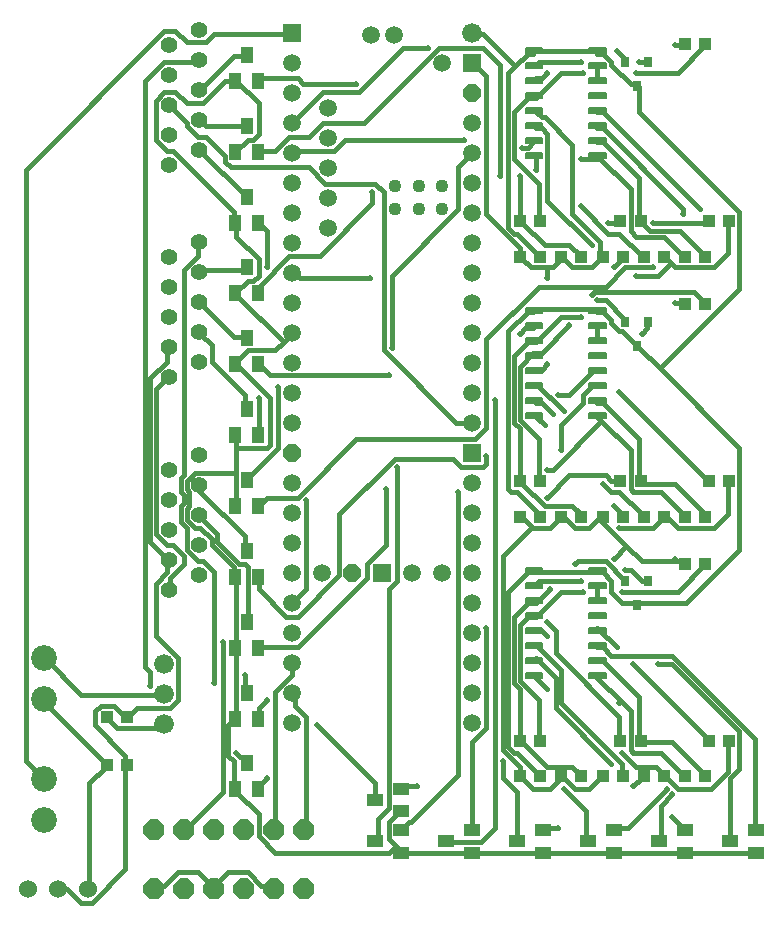
<source format=gbr>
G04 EAGLE Gerber RS-274X export*
G75*
%MOMM*%
%FSLAX34Y34*%
%LPD*%
%INTop Copper*%
%IPPOS*%
%AMOC8*
5,1,8,0,0,1.08239X$1,22.5*%
G01*
%ADD10C,2.184400*%
%ADD11C,1.676400*%
%ADD12R,1.000000X1.100000*%
%ADD13R,1.508000X1.508000*%
%ADD14P,1.632244X8X22.500000*%
%ADD15C,1.508000*%
%ADD16C,1.108000*%
%ADD17C,0.147500*%
%ADD18R,1.100000X1.000000*%
%ADD19R,0.787400X0.889000*%
%ADD20C,1.398000*%
%ADD21R,1.400000X1.000000*%
%ADD22P,1.924489X8X112.500000*%
%ADD23C,1.524000*%
%ADD24R,1.000000X1.400000*%
%ADD25C,0.381000*%
%ADD26C,0.460000*%


D10*
X673400Y-349400D03*
X673400Y-384400D03*
D11*
X775000Y-380000D03*
X775000Y-405400D03*
X775000Y-354600D03*
D12*
X726500Y-400000D03*
X743500Y-400000D03*
X726500Y-440000D03*
X743500Y-440000D03*
D13*
X883800Y179800D03*
X960000Y-277400D03*
X1036200Y154400D03*
D11*
X1036200Y179800D03*
D14*
X1036200Y129000D03*
X934600Y-277400D03*
D15*
X909200Y-277400D03*
X985400Y-277400D03*
X1010800Y-277400D03*
X1036200Y-150400D03*
X883800Y-150400D03*
X883800Y154400D03*
X883800Y129000D03*
X883800Y103600D03*
X883800Y78200D03*
X883800Y52800D03*
X883800Y27400D03*
X883800Y2000D03*
X883800Y-23400D03*
X883800Y-48800D03*
X883800Y-74200D03*
X883800Y-99600D03*
X883800Y-125000D03*
X1010800Y154400D03*
X1036200Y-125000D03*
X1036200Y-99600D03*
X1036200Y-74200D03*
X1036200Y-48800D03*
X1036200Y-23400D03*
X1036200Y2000D03*
X1036200Y27400D03*
X1036200Y52800D03*
X1036200Y78200D03*
X1036200Y103600D03*
D14*
X883800Y-175800D03*
D15*
X883800Y-226600D03*
X883800Y-252000D03*
X883800Y-277400D03*
X883800Y-302800D03*
X883800Y-328200D03*
X883800Y-353600D03*
X883800Y-379000D03*
X883800Y-404400D03*
X1036200Y-201200D03*
X1036200Y-226600D03*
X1036200Y-252000D03*
X1036200Y-277400D03*
X1036200Y-302800D03*
X1036200Y-328200D03*
X1036200Y-353600D03*
X1036200Y-379000D03*
X1036200Y-404400D03*
X913800Y116300D03*
X913800Y90900D03*
X913800Y65500D03*
X913800Y40100D03*
X913800Y14700D03*
X883800Y-201200D03*
D13*
X1036200Y-175800D03*
D15*
X970000Y177500D03*
X950000Y177500D03*
D16*
X1010800Y50100D03*
X990800Y50100D03*
X970800Y50100D03*
X1010800Y30100D03*
X990800Y30100D03*
X970800Y30100D03*
D17*
X1081137Y162237D02*
X1095463Y162237D01*
X1081137Y162237D02*
X1081137Y166663D01*
X1095463Y166663D01*
X1095463Y162237D01*
X1095463Y163638D02*
X1081137Y163638D01*
X1081137Y165039D02*
X1095463Y165039D01*
X1095463Y166440D02*
X1081137Y166440D01*
X1081137Y149537D02*
X1095463Y149537D01*
X1081137Y149537D02*
X1081137Y153963D01*
X1095463Y153963D01*
X1095463Y149537D01*
X1095463Y150938D02*
X1081137Y150938D01*
X1081137Y152339D02*
X1095463Y152339D01*
X1095463Y153740D02*
X1081137Y153740D01*
X1081137Y136837D02*
X1095463Y136837D01*
X1081137Y136837D02*
X1081137Y141263D01*
X1095463Y141263D01*
X1095463Y136837D01*
X1095463Y138238D02*
X1081137Y138238D01*
X1081137Y139639D02*
X1095463Y139639D01*
X1095463Y141040D02*
X1081137Y141040D01*
X1081137Y124137D02*
X1095463Y124137D01*
X1081137Y124137D02*
X1081137Y128563D01*
X1095463Y128563D01*
X1095463Y124137D01*
X1095463Y125538D02*
X1081137Y125538D01*
X1081137Y126939D02*
X1095463Y126939D01*
X1095463Y128340D02*
X1081137Y128340D01*
X1081137Y111437D02*
X1095463Y111437D01*
X1081137Y111437D02*
X1081137Y115863D01*
X1095463Y115863D01*
X1095463Y111437D01*
X1095463Y112838D02*
X1081137Y112838D01*
X1081137Y114239D02*
X1095463Y114239D01*
X1095463Y115640D02*
X1081137Y115640D01*
X1081137Y98737D02*
X1095463Y98737D01*
X1081137Y98737D02*
X1081137Y103163D01*
X1095463Y103163D01*
X1095463Y98737D01*
X1095463Y100138D02*
X1081137Y100138D01*
X1081137Y101539D02*
X1095463Y101539D01*
X1095463Y102940D02*
X1081137Y102940D01*
X1081137Y86037D02*
X1095463Y86037D01*
X1081137Y86037D02*
X1081137Y90463D01*
X1095463Y90463D01*
X1095463Y86037D01*
X1095463Y87438D02*
X1081137Y87438D01*
X1081137Y88839D02*
X1095463Y88839D01*
X1095463Y90240D02*
X1081137Y90240D01*
X1081137Y73337D02*
X1095463Y73337D01*
X1081137Y73337D02*
X1081137Y77763D01*
X1095463Y77763D01*
X1095463Y73337D01*
X1095463Y74738D02*
X1081137Y74738D01*
X1081137Y76139D02*
X1095463Y76139D01*
X1095463Y77540D02*
X1081137Y77540D01*
X1134537Y73337D02*
X1148863Y73337D01*
X1134537Y73337D02*
X1134537Y77763D01*
X1148863Y77763D01*
X1148863Y73337D01*
X1148863Y74738D02*
X1134537Y74738D01*
X1134537Y76139D02*
X1148863Y76139D01*
X1148863Y77540D02*
X1134537Y77540D01*
X1134537Y86037D02*
X1148863Y86037D01*
X1134537Y86037D02*
X1134537Y90463D01*
X1148863Y90463D01*
X1148863Y86037D01*
X1148863Y87438D02*
X1134537Y87438D01*
X1134537Y88839D02*
X1148863Y88839D01*
X1148863Y90240D02*
X1134537Y90240D01*
X1134537Y98737D02*
X1148863Y98737D01*
X1134537Y98737D02*
X1134537Y103163D01*
X1148863Y103163D01*
X1148863Y98737D01*
X1148863Y100138D02*
X1134537Y100138D01*
X1134537Y101539D02*
X1148863Y101539D01*
X1148863Y102940D02*
X1134537Y102940D01*
X1134537Y111437D02*
X1148863Y111437D01*
X1134537Y111437D02*
X1134537Y115863D01*
X1148863Y115863D01*
X1148863Y111437D01*
X1148863Y112838D02*
X1134537Y112838D01*
X1134537Y114239D02*
X1148863Y114239D01*
X1148863Y115640D02*
X1134537Y115640D01*
X1134537Y124137D02*
X1148863Y124137D01*
X1134537Y124137D02*
X1134537Y128563D01*
X1148863Y128563D01*
X1148863Y124137D01*
X1148863Y125538D02*
X1134537Y125538D01*
X1134537Y126939D02*
X1148863Y126939D01*
X1148863Y128340D02*
X1134537Y128340D01*
X1134537Y136837D02*
X1148863Y136837D01*
X1134537Y136837D02*
X1134537Y141263D01*
X1148863Y141263D01*
X1148863Y136837D01*
X1148863Y138238D02*
X1134537Y138238D01*
X1134537Y139639D02*
X1148863Y139639D01*
X1148863Y141040D02*
X1134537Y141040D01*
X1134537Y149537D02*
X1148863Y149537D01*
X1134537Y149537D02*
X1134537Y153963D01*
X1148863Y153963D01*
X1148863Y149537D01*
X1148863Y150938D02*
X1134537Y150938D01*
X1134537Y152339D02*
X1148863Y152339D01*
X1148863Y153740D02*
X1134537Y153740D01*
X1134537Y162237D02*
X1148863Y162237D01*
X1134537Y162237D02*
X1134537Y166663D01*
X1148863Y166663D01*
X1148863Y162237D01*
X1148863Y163638D02*
X1134537Y163638D01*
X1134537Y165039D02*
X1148863Y165039D01*
X1148863Y166440D02*
X1134537Y166440D01*
D12*
X1161500Y20000D03*
X1178500Y20000D03*
X1236500Y20000D03*
X1253500Y20000D03*
X1216500Y170000D03*
X1233500Y170000D03*
X1076500Y20000D03*
X1093500Y20000D03*
D18*
X1076500Y-10000D03*
X1093500Y-10000D03*
X1111500Y-10000D03*
X1128500Y-10000D03*
X1146500Y-10000D03*
X1163500Y-10000D03*
X1181500Y-10000D03*
X1198500Y-10000D03*
X1216500Y-10000D03*
X1233500Y-10000D03*
D19*
X1184906Y155160D03*
X1165602Y155160D03*
X1175254Y134840D03*
D17*
X1095463Y-57763D02*
X1081137Y-57763D01*
X1081137Y-53337D01*
X1095463Y-53337D01*
X1095463Y-57763D01*
X1095463Y-56362D02*
X1081137Y-56362D01*
X1081137Y-54961D02*
X1095463Y-54961D01*
X1095463Y-53560D02*
X1081137Y-53560D01*
X1081137Y-70463D02*
X1095463Y-70463D01*
X1081137Y-70463D02*
X1081137Y-66037D01*
X1095463Y-66037D01*
X1095463Y-70463D01*
X1095463Y-69062D02*
X1081137Y-69062D01*
X1081137Y-67661D02*
X1095463Y-67661D01*
X1095463Y-66260D02*
X1081137Y-66260D01*
X1081137Y-83163D02*
X1095463Y-83163D01*
X1081137Y-83163D02*
X1081137Y-78737D01*
X1095463Y-78737D01*
X1095463Y-83163D01*
X1095463Y-81762D02*
X1081137Y-81762D01*
X1081137Y-80361D02*
X1095463Y-80361D01*
X1095463Y-78960D02*
X1081137Y-78960D01*
X1081137Y-95863D02*
X1095463Y-95863D01*
X1081137Y-95863D02*
X1081137Y-91437D01*
X1095463Y-91437D01*
X1095463Y-95863D01*
X1095463Y-94462D02*
X1081137Y-94462D01*
X1081137Y-93061D02*
X1095463Y-93061D01*
X1095463Y-91660D02*
X1081137Y-91660D01*
X1081137Y-108563D02*
X1095463Y-108563D01*
X1081137Y-108563D02*
X1081137Y-104137D01*
X1095463Y-104137D01*
X1095463Y-108563D01*
X1095463Y-107162D02*
X1081137Y-107162D01*
X1081137Y-105761D02*
X1095463Y-105761D01*
X1095463Y-104360D02*
X1081137Y-104360D01*
X1081137Y-121263D02*
X1095463Y-121263D01*
X1081137Y-121263D02*
X1081137Y-116837D01*
X1095463Y-116837D01*
X1095463Y-121263D01*
X1095463Y-119862D02*
X1081137Y-119862D01*
X1081137Y-118461D02*
X1095463Y-118461D01*
X1095463Y-117060D02*
X1081137Y-117060D01*
X1081137Y-133963D02*
X1095463Y-133963D01*
X1081137Y-133963D02*
X1081137Y-129537D01*
X1095463Y-129537D01*
X1095463Y-133963D01*
X1095463Y-132562D02*
X1081137Y-132562D01*
X1081137Y-131161D02*
X1095463Y-131161D01*
X1095463Y-129760D02*
X1081137Y-129760D01*
X1081137Y-146663D02*
X1095463Y-146663D01*
X1081137Y-146663D02*
X1081137Y-142237D01*
X1095463Y-142237D01*
X1095463Y-146663D01*
X1095463Y-145262D02*
X1081137Y-145262D01*
X1081137Y-143861D02*
X1095463Y-143861D01*
X1095463Y-142460D02*
X1081137Y-142460D01*
X1134537Y-146663D02*
X1148863Y-146663D01*
X1134537Y-146663D02*
X1134537Y-142237D01*
X1148863Y-142237D01*
X1148863Y-146663D01*
X1148863Y-145262D02*
X1134537Y-145262D01*
X1134537Y-143861D02*
X1148863Y-143861D01*
X1148863Y-142460D02*
X1134537Y-142460D01*
X1134537Y-133963D02*
X1148863Y-133963D01*
X1134537Y-133963D02*
X1134537Y-129537D01*
X1148863Y-129537D01*
X1148863Y-133963D01*
X1148863Y-132562D02*
X1134537Y-132562D01*
X1134537Y-131161D02*
X1148863Y-131161D01*
X1148863Y-129760D02*
X1134537Y-129760D01*
X1134537Y-121263D02*
X1148863Y-121263D01*
X1134537Y-121263D02*
X1134537Y-116837D01*
X1148863Y-116837D01*
X1148863Y-121263D01*
X1148863Y-119862D02*
X1134537Y-119862D01*
X1134537Y-118461D02*
X1148863Y-118461D01*
X1148863Y-117060D02*
X1134537Y-117060D01*
X1134537Y-108563D02*
X1148863Y-108563D01*
X1134537Y-108563D02*
X1134537Y-104137D01*
X1148863Y-104137D01*
X1148863Y-108563D01*
X1148863Y-107162D02*
X1134537Y-107162D01*
X1134537Y-105761D02*
X1148863Y-105761D01*
X1148863Y-104360D02*
X1134537Y-104360D01*
X1134537Y-95863D02*
X1148863Y-95863D01*
X1134537Y-95863D02*
X1134537Y-91437D01*
X1148863Y-91437D01*
X1148863Y-95863D01*
X1148863Y-94462D02*
X1134537Y-94462D01*
X1134537Y-93061D02*
X1148863Y-93061D01*
X1148863Y-91660D02*
X1134537Y-91660D01*
X1134537Y-83163D02*
X1148863Y-83163D01*
X1134537Y-83163D02*
X1134537Y-78737D01*
X1148863Y-78737D01*
X1148863Y-83163D01*
X1148863Y-81762D02*
X1134537Y-81762D01*
X1134537Y-80361D02*
X1148863Y-80361D01*
X1148863Y-78960D02*
X1134537Y-78960D01*
X1134537Y-70463D02*
X1148863Y-70463D01*
X1134537Y-70463D02*
X1134537Y-66037D01*
X1148863Y-66037D01*
X1148863Y-70463D01*
X1148863Y-69062D02*
X1134537Y-69062D01*
X1134537Y-67661D02*
X1148863Y-67661D01*
X1148863Y-66260D02*
X1134537Y-66260D01*
X1134537Y-57763D02*
X1148863Y-57763D01*
X1134537Y-57763D02*
X1134537Y-53337D01*
X1148863Y-53337D01*
X1148863Y-57763D01*
X1148863Y-56362D02*
X1134537Y-56362D01*
X1134537Y-54961D02*
X1148863Y-54961D01*
X1148863Y-53560D02*
X1134537Y-53560D01*
D12*
X1161500Y-200000D03*
X1178500Y-200000D03*
X1236500Y-200000D03*
X1253500Y-200000D03*
X1216500Y-50000D03*
X1233500Y-50000D03*
X1076500Y-200000D03*
X1093500Y-200000D03*
D18*
X1076500Y-230000D03*
X1093500Y-230000D03*
X1111500Y-230000D03*
X1128500Y-230000D03*
X1146500Y-230000D03*
X1163500Y-230000D03*
X1181500Y-230000D03*
X1198500Y-230000D03*
X1216500Y-230000D03*
X1233500Y-230000D03*
D19*
X1184906Y-64840D03*
X1165602Y-64840D03*
X1175254Y-85160D03*
D17*
X1095463Y-277763D02*
X1081137Y-277763D01*
X1081137Y-273337D01*
X1095463Y-273337D01*
X1095463Y-277763D01*
X1095463Y-276362D02*
X1081137Y-276362D01*
X1081137Y-274961D02*
X1095463Y-274961D01*
X1095463Y-273560D02*
X1081137Y-273560D01*
X1081137Y-290463D02*
X1095463Y-290463D01*
X1081137Y-290463D02*
X1081137Y-286037D01*
X1095463Y-286037D01*
X1095463Y-290463D01*
X1095463Y-289062D02*
X1081137Y-289062D01*
X1081137Y-287661D02*
X1095463Y-287661D01*
X1095463Y-286260D02*
X1081137Y-286260D01*
X1081137Y-303163D02*
X1095463Y-303163D01*
X1081137Y-303163D02*
X1081137Y-298737D01*
X1095463Y-298737D01*
X1095463Y-303163D01*
X1095463Y-301762D02*
X1081137Y-301762D01*
X1081137Y-300361D02*
X1095463Y-300361D01*
X1095463Y-298960D02*
X1081137Y-298960D01*
X1081137Y-315863D02*
X1095463Y-315863D01*
X1081137Y-315863D02*
X1081137Y-311437D01*
X1095463Y-311437D01*
X1095463Y-315863D01*
X1095463Y-314462D02*
X1081137Y-314462D01*
X1081137Y-313061D02*
X1095463Y-313061D01*
X1095463Y-311660D02*
X1081137Y-311660D01*
X1081137Y-328563D02*
X1095463Y-328563D01*
X1081137Y-328563D02*
X1081137Y-324137D01*
X1095463Y-324137D01*
X1095463Y-328563D01*
X1095463Y-327162D02*
X1081137Y-327162D01*
X1081137Y-325761D02*
X1095463Y-325761D01*
X1095463Y-324360D02*
X1081137Y-324360D01*
X1081137Y-341263D02*
X1095463Y-341263D01*
X1081137Y-341263D02*
X1081137Y-336837D01*
X1095463Y-336837D01*
X1095463Y-341263D01*
X1095463Y-339862D02*
X1081137Y-339862D01*
X1081137Y-338461D02*
X1095463Y-338461D01*
X1095463Y-337060D02*
X1081137Y-337060D01*
X1081137Y-353963D02*
X1095463Y-353963D01*
X1081137Y-353963D02*
X1081137Y-349537D01*
X1095463Y-349537D01*
X1095463Y-353963D01*
X1095463Y-352562D02*
X1081137Y-352562D01*
X1081137Y-351161D02*
X1095463Y-351161D01*
X1095463Y-349760D02*
X1081137Y-349760D01*
X1081137Y-366663D02*
X1095463Y-366663D01*
X1081137Y-366663D02*
X1081137Y-362237D01*
X1095463Y-362237D01*
X1095463Y-366663D01*
X1095463Y-365262D02*
X1081137Y-365262D01*
X1081137Y-363861D02*
X1095463Y-363861D01*
X1095463Y-362460D02*
X1081137Y-362460D01*
X1134537Y-366663D02*
X1148863Y-366663D01*
X1134537Y-366663D02*
X1134537Y-362237D01*
X1148863Y-362237D01*
X1148863Y-366663D01*
X1148863Y-365262D02*
X1134537Y-365262D01*
X1134537Y-363861D02*
X1148863Y-363861D01*
X1148863Y-362460D02*
X1134537Y-362460D01*
X1134537Y-353963D02*
X1148863Y-353963D01*
X1134537Y-353963D02*
X1134537Y-349537D01*
X1148863Y-349537D01*
X1148863Y-353963D01*
X1148863Y-352562D02*
X1134537Y-352562D01*
X1134537Y-351161D02*
X1148863Y-351161D01*
X1148863Y-349760D02*
X1134537Y-349760D01*
X1134537Y-341263D02*
X1148863Y-341263D01*
X1134537Y-341263D02*
X1134537Y-336837D01*
X1148863Y-336837D01*
X1148863Y-341263D01*
X1148863Y-339862D02*
X1134537Y-339862D01*
X1134537Y-338461D02*
X1148863Y-338461D01*
X1148863Y-337060D02*
X1134537Y-337060D01*
X1134537Y-328563D02*
X1148863Y-328563D01*
X1134537Y-328563D02*
X1134537Y-324137D01*
X1148863Y-324137D01*
X1148863Y-328563D01*
X1148863Y-327162D02*
X1134537Y-327162D01*
X1134537Y-325761D02*
X1148863Y-325761D01*
X1148863Y-324360D02*
X1134537Y-324360D01*
X1134537Y-315863D02*
X1148863Y-315863D01*
X1134537Y-315863D02*
X1134537Y-311437D01*
X1148863Y-311437D01*
X1148863Y-315863D01*
X1148863Y-314462D02*
X1134537Y-314462D01*
X1134537Y-313061D02*
X1148863Y-313061D01*
X1148863Y-311660D02*
X1134537Y-311660D01*
X1134537Y-303163D02*
X1148863Y-303163D01*
X1134537Y-303163D02*
X1134537Y-298737D01*
X1148863Y-298737D01*
X1148863Y-303163D01*
X1148863Y-301762D02*
X1134537Y-301762D01*
X1134537Y-300361D02*
X1148863Y-300361D01*
X1148863Y-298960D02*
X1134537Y-298960D01*
X1134537Y-290463D02*
X1148863Y-290463D01*
X1134537Y-290463D02*
X1134537Y-286037D01*
X1148863Y-286037D01*
X1148863Y-290463D01*
X1148863Y-289062D02*
X1134537Y-289062D01*
X1134537Y-287661D02*
X1148863Y-287661D01*
X1148863Y-286260D02*
X1134537Y-286260D01*
X1134537Y-277763D02*
X1148863Y-277763D01*
X1134537Y-277763D02*
X1134537Y-273337D01*
X1148863Y-273337D01*
X1148863Y-277763D01*
X1148863Y-276362D02*
X1134537Y-276362D01*
X1134537Y-274961D02*
X1148863Y-274961D01*
X1148863Y-273560D02*
X1134537Y-273560D01*
D12*
X1161500Y-420000D03*
X1178500Y-420000D03*
X1236500Y-420000D03*
X1253500Y-420000D03*
X1216500Y-270000D03*
X1233500Y-270000D03*
X1076500Y-420000D03*
X1093500Y-420000D03*
D18*
X1076500Y-450000D03*
X1093500Y-450000D03*
X1111500Y-450000D03*
X1128500Y-450000D03*
X1146500Y-450000D03*
X1163500Y-450000D03*
X1181500Y-450000D03*
X1198500Y-450000D03*
X1216500Y-450000D03*
X1233500Y-450000D03*
D19*
X1184906Y-284840D03*
X1165602Y-284840D03*
X1175254Y-305160D03*
D20*
X805100Y-177850D03*
X779700Y-190550D03*
X805100Y-203250D03*
X779700Y-215950D03*
X805100Y-228650D03*
X779700Y-241350D03*
X805100Y-254050D03*
X779700Y-266750D03*
X805100Y-279450D03*
X779700Y-292150D03*
X805100Y2150D03*
X779700Y-10550D03*
X805100Y-23250D03*
X779700Y-35950D03*
X805100Y-48650D03*
X779700Y-61350D03*
X805100Y-74050D03*
X779700Y-86750D03*
X805100Y-99450D03*
X779700Y-112150D03*
X805100Y182150D03*
X779700Y169450D03*
X805100Y156750D03*
X779700Y144050D03*
X805100Y131350D03*
X779700Y118650D03*
X805100Y105950D03*
X779700Y93250D03*
X805100Y80550D03*
X779700Y67850D03*
D21*
X954000Y-505000D03*
X976000Y-495500D03*
X976000Y-514500D03*
X1014000Y-505000D03*
X1036000Y-495500D03*
X1036000Y-514500D03*
X1074000Y-505000D03*
X1096000Y-495500D03*
X1096000Y-514500D03*
X1134000Y-505000D03*
X1156000Y-495500D03*
X1156000Y-514500D03*
X1194000Y-505000D03*
X1216000Y-495500D03*
X1216000Y-514500D03*
X1254000Y-505000D03*
X1276000Y-495500D03*
X1276000Y-514500D03*
D22*
X766500Y-495000D03*
X791900Y-495000D03*
X817300Y-495000D03*
X842700Y-495000D03*
X868100Y-495000D03*
X893500Y-495000D03*
X766500Y-545000D03*
X791900Y-545000D03*
X817300Y-545000D03*
X842700Y-545000D03*
X868100Y-545000D03*
X893500Y-545000D03*
D10*
X673400Y-452000D03*
X673400Y-487000D03*
D23*
X659600Y-545000D03*
X685000Y-545000D03*
X710400Y-545000D03*
D21*
X954000Y-470000D03*
X976000Y-460500D03*
X976000Y-479500D03*
D24*
X845000Y161000D03*
X854500Y139000D03*
X835500Y139000D03*
X845000Y101000D03*
X854500Y79000D03*
X835500Y79000D03*
X845000Y41000D03*
X854500Y19000D03*
X835500Y19000D03*
X845000Y-19000D03*
X854500Y-41000D03*
X835500Y-41000D03*
X845000Y-79000D03*
X854500Y-101000D03*
X835500Y-101000D03*
X845000Y-139000D03*
X854500Y-161000D03*
X835500Y-161000D03*
X845000Y-199000D03*
X854500Y-221000D03*
X835500Y-221000D03*
X845000Y-259000D03*
X854500Y-281000D03*
X835500Y-281000D03*
X845000Y-319000D03*
X854500Y-341000D03*
X835500Y-341000D03*
X845000Y-379000D03*
X854500Y-401000D03*
X835500Y-401000D03*
X845000Y-439000D03*
X854500Y-461000D03*
X835500Y-461000D03*
D25*
X772986Y-380619D02*
X704850Y-380619D01*
X674307Y-350076D01*
X772986Y-380619D02*
X775000Y-380000D01*
X674307Y-350076D02*
X673400Y-349400D01*
X728345Y-401765D02*
X735394Y-408813D01*
X770636Y-408813D01*
X772986Y-406464D01*
X728345Y-401765D02*
X726500Y-400000D01*
X772986Y-406464D02*
X775000Y-405400D01*
X742442Y-432308D02*
X742442Y-439357D01*
X742442Y-432308D02*
X716598Y-406464D01*
X716598Y-394716D01*
X721297Y-390017D01*
X733044Y-390017D01*
X742442Y-399415D01*
X742442Y-439357D02*
X743500Y-440000D01*
X743500Y-400000D02*
X742442Y-399415D01*
X777685Y-277241D02*
X777685Y-267843D01*
X777685Y-277241D02*
X768287Y-286639D01*
X768287Y-331280D01*
X787083Y-350076D01*
X787083Y-385318D01*
X780034Y-392367D01*
X751840Y-392367D01*
X744792Y-399415D01*
X777685Y-267843D02*
X779700Y-266750D01*
X744792Y-399415D02*
X743500Y-400000D01*
X777685Y-98679D02*
X777685Y-86932D01*
X777685Y-98679D02*
X763588Y-112776D01*
X763588Y-251397D01*
X777685Y-265494D01*
X777685Y-86932D02*
X779700Y-86750D01*
X777685Y-265494D02*
X779700Y-266750D01*
X693103Y-545084D02*
X686054Y-545084D01*
X693103Y-545084D02*
X704850Y-556832D01*
X714248Y-556832D01*
X742442Y-528638D01*
X742442Y-441706D01*
X686054Y-545084D02*
X685000Y-545000D01*
X742442Y-441706D02*
X743500Y-440000D01*
X1170051Y136271D02*
X1174750Y136271D01*
X1170051Y136271D02*
X1153605Y152718D01*
X1153605Y155067D01*
X1146556Y162116D01*
X1141857Y162116D01*
X1174750Y136271D02*
X1175254Y134840D01*
X1141857Y162116D02*
X1141700Y164450D01*
X1073722Y9398D02*
X1092518Y-9398D01*
X1073722Y9398D02*
X1071372Y9398D01*
X1066673Y14097D01*
X1066673Y145669D01*
X1072547Y151543D02*
X1083120Y162116D01*
X1072547Y151543D02*
X1066673Y145669D01*
X1083120Y162116D02*
X1087819Y162116D01*
X1092518Y-9398D02*
X1093500Y-10000D01*
X1087819Y162116D02*
X1088300Y164450D01*
X1090168Y164465D02*
X1139508Y164465D01*
X1141700Y164450D01*
X1090168Y164465D02*
X1088300Y164450D01*
X1045528Y178562D02*
X1038479Y178562D01*
X1045528Y178562D02*
X1072547Y151543D01*
X1038479Y178562D02*
X1036200Y179800D01*
X1163003Y-303086D02*
X1174750Y-303086D01*
X1163003Y-303086D02*
X1153605Y-293688D01*
X1153605Y-284290D01*
X1146556Y-277241D01*
X1141857Y-277241D01*
X1174750Y-303086D02*
X1175254Y-305160D01*
X1141857Y-277241D02*
X1141700Y-275550D01*
X1073722Y-429959D02*
X1092518Y-448755D01*
X1073722Y-429959D02*
X1071372Y-429959D01*
X1066673Y-425260D01*
X1066673Y-293688D01*
X1083120Y-277241D01*
X1087819Y-277241D01*
X1092518Y-448755D02*
X1093500Y-450000D01*
X1087819Y-277241D02*
X1088300Y-275550D01*
X1090168Y-277241D02*
X1139508Y-277241D01*
X1141700Y-275550D01*
X1090168Y-277241D02*
X1088300Y-275550D01*
X1174750Y-84582D02*
X1163003Y-72835D01*
X1160653Y-72835D01*
X1153605Y-65786D01*
X1153605Y-63437D01*
X1146556Y-56388D01*
X1141857Y-56388D01*
X1174750Y-84582D02*
X1175254Y-85160D01*
X1141857Y-56388D02*
X1141700Y-55550D01*
X1073722Y-209106D02*
X1092518Y-227902D01*
X1073722Y-209106D02*
X1069023Y-209106D01*
X1066673Y-206756D01*
X1066673Y-72835D01*
X1083120Y-56388D01*
X1087819Y-56388D01*
X1092518Y-227902D02*
X1093500Y-230000D01*
X1087819Y-56388D02*
X1088300Y-55550D01*
X1090168Y-54039D02*
X1139508Y-54039D01*
X1141700Y-55550D01*
X1090168Y-54039D02*
X1088300Y-55550D01*
X1177100Y-303086D02*
X1217041Y-303086D01*
X1261682Y-258445D01*
X1261682Y-171514D01*
X1194721Y-104553D02*
X1177100Y-86932D01*
X1194721Y-104553D02*
X1261682Y-171514D01*
X1177100Y-303086D02*
X1175254Y-305160D01*
X1177100Y-86932D02*
X1175254Y-85160D01*
X1177100Y112776D02*
X1177100Y133922D01*
X1177100Y112776D02*
X1261682Y28194D01*
X1261682Y-37592D01*
X1194721Y-104553D01*
X1177100Y133922D02*
X1175254Y134840D01*
X1212342Y11748D02*
X1233488Y-9398D01*
X1212342Y11748D02*
X1186498Y11748D01*
X1179449Y18796D01*
X1233488Y-9398D02*
X1233500Y-10000D01*
X1179449Y18796D02*
X1178500Y20000D01*
X1146556Y86932D02*
X1141857Y86932D01*
X1146556Y86932D02*
X1177100Y56388D01*
X1177100Y21146D01*
X1141857Y86932D02*
X1141700Y88250D01*
X1177100Y21146D02*
X1178500Y20000D01*
X1198245Y7049D02*
X1214692Y-9398D01*
X1198245Y7049D02*
X1174750Y7049D01*
X1170051Y11748D01*
X1170051Y46990D01*
X1141857Y75184D01*
X1214692Y-9398D02*
X1216500Y-10000D01*
X1141857Y75184D02*
X1141700Y75550D01*
X855218Y-129223D02*
X855218Y-159766D01*
X1127760Y72835D02*
X1141857Y72835D01*
X855218Y-159766D02*
X854500Y-161000D01*
X1141857Y72835D02*
X1141700Y75550D01*
D26*
X855218Y-129223D03*
X1127760Y72835D03*
D25*
X1151255Y18796D02*
X1160653Y18796D01*
X1165352Y-18796D02*
X1188847Y-18796D01*
X1165352Y-18796D02*
X1148906Y-35243D01*
X1092518Y-35243D01*
X1047877Y-79883D01*
X1047877Y-155067D01*
X1038479Y-164465D01*
X937451Y-164465D01*
X888111Y-213805D01*
X862267Y-213805D01*
X855218Y-220853D01*
X1160653Y18796D02*
X1161500Y20000D01*
X855218Y-220853D02*
X854500Y-221000D01*
D26*
X1151255Y18796D03*
X1188847Y-18796D03*
D25*
X1204119Y-15272D02*
X1207643Y-18796D01*
X1204119Y-15272D02*
X1200595Y-11748D01*
X1207643Y-18796D02*
X1240536Y-18796D01*
X1252284Y-7049D01*
X1252284Y18796D01*
X1200595Y-11748D02*
X1198500Y-10000D01*
X1252284Y18796D02*
X1253500Y20000D01*
X1090168Y63437D02*
X1090168Y75184D01*
X1174750Y-25845D02*
X1193546Y-25845D01*
X1204119Y-15272D01*
X1090168Y75184D02*
X1088300Y75550D01*
D26*
X1090168Y63437D03*
X1174750Y-25845D03*
D25*
X1188847Y18796D02*
X1235837Y18796D01*
X965645Y-110427D02*
X864616Y-110427D01*
X855218Y-101029D01*
X1235837Y18796D02*
X1236500Y20000D01*
X855218Y-101029D02*
X854500Y-101000D01*
D26*
X1188847Y18796D03*
X965645Y-110427D03*
D25*
X1155954Y-18796D02*
X1163003Y-11748D01*
X1137158Y0D02*
X1099566Y37592D01*
X1099566Y93980D01*
X1094867Y98679D01*
X1090168Y98679D01*
X1163500Y-10000D02*
X1163003Y-11748D01*
X1090168Y98679D02*
X1088300Y100950D01*
D26*
X1155954Y-18796D03*
X1137158Y0D03*
D25*
X1092518Y21146D02*
X1092518Y51689D01*
X1071372Y72835D01*
X1071372Y112776D01*
X1083120Y124524D01*
X1087819Y124524D01*
X1092518Y21146D02*
X1093500Y20000D01*
X1087819Y124524D02*
X1088300Y126350D01*
X1209993Y145669D02*
X1233488Y169164D01*
X1209993Y145669D02*
X1174750Y145669D01*
X1130110Y145669D02*
X1111314Y145669D01*
X1090168Y124524D01*
X1233488Y169164D02*
X1233500Y170000D01*
X1090168Y124524D02*
X1088300Y126350D01*
D26*
X1174750Y145669D03*
X1130110Y145669D03*
D25*
X1177100Y155067D02*
X1184148Y155067D01*
X1127760Y155067D02*
X1092518Y155067D01*
X1090168Y152718D01*
X1184148Y155067D02*
X1184906Y155160D01*
X1090168Y152718D02*
X1088300Y151750D01*
D26*
X1177100Y155067D03*
X1127760Y155067D03*
D25*
X1141857Y150368D02*
X1141857Y140970D01*
X1141700Y139050D01*
X1141857Y150368D02*
X1141700Y151750D01*
X1078421Y18796D02*
X1097217Y0D01*
X1118362Y0D01*
X1127760Y-9398D01*
X1078421Y18796D02*
X1076500Y20000D01*
X1127760Y-9398D02*
X1128500Y-10000D01*
X1165352Y157417D02*
X1158304Y164465D01*
X1099566Y145669D02*
X1094867Y140970D01*
X1090168Y140970D01*
X1165602Y155160D02*
X1165352Y157417D01*
X1090168Y140970D02*
X1088300Y139050D01*
X1076071Y58738D02*
X1076071Y21146D01*
X1076500Y20000D01*
D26*
X1158304Y164465D03*
X1099566Y145669D03*
X1076071Y58738D03*
D25*
X1097217Y-493395D02*
X1108964Y-493395D01*
X1228789Y30544D02*
X1146556Y112776D01*
X1141857Y112776D01*
X1097217Y-493395D02*
X1096000Y-495500D01*
X1141857Y112776D02*
X1141700Y113650D01*
D26*
X1108964Y-493395D03*
X1228789Y30544D03*
D25*
X1167702Y-493395D02*
X1158304Y-493395D01*
X1167702Y-493395D02*
X1200595Y-460502D01*
X1214692Y25845D02*
X1214692Y30544D01*
X1146556Y98679D01*
X1141857Y98679D01*
X1158304Y-493395D02*
X1156000Y-495500D01*
X1141857Y98679D02*
X1141700Y100950D01*
D26*
X1200595Y-460502D03*
X1214692Y25845D03*
D25*
X1179449Y-9398D02*
X1160653Y9398D01*
X1151255Y9398D01*
X1127760Y32893D01*
X1083120Y82233D02*
X1078421Y82233D01*
X1083120Y82233D02*
X1087819Y86932D01*
X1179449Y-9398D02*
X1181500Y-10000D01*
X1087819Y86932D02*
X1088300Y88250D01*
X855218Y-35243D02*
X855218Y-39942D01*
X855218Y-35243D02*
X881063Y-9398D01*
X906907Y-9398D01*
X951548Y35243D01*
X951548Y44641D01*
X855218Y-39942D02*
X854500Y-41000D01*
D26*
X1127760Y32893D03*
X1078421Y82233D03*
X951548Y44641D03*
D25*
X1207643Y-202057D02*
X1233488Y-227902D01*
X1207643Y-202057D02*
X1179449Y-202057D01*
X1233488Y-227902D02*
X1233500Y-230000D01*
X1179449Y-202057D02*
X1178500Y-200000D01*
X1146556Y-133922D02*
X1141857Y-133922D01*
X1146556Y-133922D02*
X1177100Y-164465D01*
X1177100Y-199708D01*
X1141857Y-133922D02*
X1141700Y-131750D01*
X1177100Y-199708D02*
X1178500Y-200000D01*
X1195896Y-209106D02*
X1214692Y-227902D01*
X1195896Y-209106D02*
X1172401Y-209106D01*
X1170051Y-206756D01*
X1170051Y-173863D01*
X1145381Y-149193D02*
X1141857Y-145669D01*
X1145381Y-149193D02*
X1170051Y-173863D01*
X1214692Y-227902D02*
X1216500Y-230000D01*
X1141857Y-145669D02*
X1141700Y-144450D01*
X855218Y-392367D02*
X855218Y-399415D01*
X855218Y-392367D02*
X862267Y-385318D01*
X1099566Y-190310D02*
X1104265Y-190310D01*
X1145381Y-149193D01*
X855218Y-399415D02*
X854500Y-401000D01*
D26*
X862267Y-385318D03*
X1099566Y-190310D03*
D25*
X1153605Y-199708D02*
X1160653Y-199708D01*
X1153605Y-199708D02*
X1148906Y-195009D01*
X1118362Y-195009D01*
X1099566Y-213805D01*
X862267Y-451104D02*
X852869Y-460502D01*
X1160653Y-199708D02*
X1161500Y-200000D01*
X854500Y-461000D02*
X852869Y-460502D01*
D26*
X1099566Y-213805D03*
X862267Y-451104D03*
D25*
X1200595Y-230251D02*
X1209993Y-239649D01*
X1240536Y-239649D01*
X1252284Y-227902D01*
X1252284Y-202057D01*
X1200595Y-230251D02*
X1198500Y-230000D01*
X1252284Y-202057D02*
X1253500Y-200000D01*
X1097217Y-152718D02*
X1090168Y-145669D01*
X1160653Y-239649D02*
X1188847Y-239649D01*
X1198245Y-230251D01*
X1090168Y-145669D02*
X1088300Y-144450D01*
X1198245Y-230251D02*
X1198500Y-230000D01*
D26*
X1097217Y-152718D03*
X1160653Y-239649D03*
D25*
X1235837Y-199708D02*
X1160653Y-124524D01*
X963295Y-206756D02*
X963295Y-253746D01*
X946849Y-270193D01*
X946849Y-281940D01*
X888111Y-340678D01*
X855218Y-340678D01*
X1235837Y-199708D02*
X1236500Y-200000D01*
X855218Y-340678D02*
X854500Y-341000D01*
D26*
X1160653Y-124524D03*
X963295Y-206756D03*
D25*
X1155954Y-220853D02*
X1163003Y-227902D01*
X1113663Y-140970D02*
X1090168Y-117475D01*
X1163003Y-227902D02*
X1163500Y-230000D01*
X1088300Y-119050D02*
X1090168Y-117475D01*
D26*
X1155954Y-220853D03*
X1113663Y-140970D03*
D25*
X1092518Y-164465D02*
X1092518Y-199708D01*
X1092518Y-164465D02*
X1076071Y-148019D01*
X1076071Y-103378D01*
X1087819Y-91631D01*
X1092518Y-199708D02*
X1093500Y-200000D01*
X1088300Y-93650D02*
X1087819Y-91631D01*
X1224090Y-39942D02*
X1233488Y-49340D01*
X1224090Y-39942D02*
X1139508Y-39942D01*
X1137158Y-42291D01*
X1118362Y-68136D02*
X1094867Y-91631D01*
X1090168Y-91631D01*
X1233500Y-50000D02*
X1233488Y-49340D01*
X1090168Y-91631D02*
X1088300Y-93650D01*
D26*
X1137158Y-42291D03*
X1118362Y-68136D03*
D25*
X1184148Y-70485D02*
X1184148Y-65786D01*
X1184148Y-70485D02*
X1179449Y-75184D01*
X1080770Y-70485D02*
X1076071Y-75184D01*
X1080770Y-70485D02*
X1087819Y-70485D01*
X1184148Y-65786D02*
X1184906Y-64840D01*
X1088300Y-68250D02*
X1087819Y-70485D01*
D26*
X1179449Y-75184D03*
X1076071Y-75184D03*
D25*
X1141857Y-70485D02*
X1141857Y-79883D01*
X1141700Y-80950D01*
X1141857Y-70485D02*
X1141700Y-68250D01*
X1078421Y-202057D02*
X1097217Y-220853D01*
X1120712Y-220853D01*
X1127760Y-227902D01*
X1078421Y-202057D02*
X1076500Y-200000D01*
X1127760Y-227902D02*
X1128500Y-230000D01*
X1165352Y-63437D02*
X1148906Y-46990D01*
X1141857Y-46990D01*
X1127760Y-61087D02*
X1111314Y-61087D01*
X1090168Y-82233D01*
X1165602Y-64840D02*
X1165352Y-63437D01*
X1090168Y-82233D02*
X1088300Y-80950D01*
X1076071Y-155067D02*
X1076071Y-199708D01*
X1076071Y-155067D02*
X1071372Y-150368D01*
X1071372Y-93980D01*
X1083120Y-82233D01*
X1087819Y-82233D01*
X1076071Y-199708D02*
X1076500Y-200000D01*
X1087819Y-82233D02*
X1088300Y-80950D01*
D26*
X1141857Y-46990D03*
X1127760Y-61087D03*
D25*
X982091Y-488696D02*
X977392Y-493395D01*
X982091Y-488696D02*
X984441Y-488696D01*
X1024382Y-448755D01*
X1024382Y-209106D01*
X1108964Y-126873D02*
X1118362Y-126873D01*
X1139508Y-105728D01*
X977392Y-493395D02*
X976000Y-495500D01*
X1139508Y-105728D02*
X1141700Y-106350D01*
D26*
X1024382Y-209106D03*
X1108964Y-126873D03*
D25*
X1036130Y-420561D02*
X1036130Y-493395D01*
X1036130Y-420561D02*
X1047877Y-408813D01*
X1047877Y-324231D01*
X1111314Y-173863D02*
X1111314Y-152718D01*
X1130110Y-133922D01*
X1130110Y-126873D01*
X1139508Y-117475D01*
X1036130Y-493395D02*
X1036000Y-495500D01*
X1141700Y-119050D02*
X1139508Y-117475D01*
D26*
X1047877Y-324231D03*
X1111314Y-173863D03*
D25*
X1160653Y-209106D02*
X1179449Y-227902D01*
X1160653Y-209106D02*
X1153605Y-209106D01*
X1146556Y-202057D01*
X1104265Y-143320D02*
X1094867Y-133922D01*
X1090168Y-133922D01*
X1179449Y-227902D02*
X1181500Y-230000D01*
X1090168Y-133922D02*
X1088300Y-131750D01*
X855218Y-281940D02*
X855218Y-291338D01*
X878713Y-314833D01*
X888111Y-314833D01*
X923354Y-279591D01*
X923354Y-227902D01*
X970344Y-180912D01*
X1019683Y-180912D01*
X1026732Y-187960D01*
X1045528Y-187960D01*
X1047877Y-185611D01*
X1047877Y-178562D01*
X855218Y-281940D02*
X854500Y-281000D01*
D26*
X1146556Y-202057D03*
X1104265Y-143320D03*
X1047877Y-178562D03*
D25*
X1205294Y-420561D02*
X1233488Y-448755D01*
X1205294Y-420561D02*
X1179449Y-420561D01*
X1233488Y-448755D02*
X1233500Y-450000D01*
X1179449Y-420561D02*
X1178500Y-420000D01*
X1146556Y-352425D02*
X1141857Y-352425D01*
X1146556Y-352425D02*
X1177100Y-382969D01*
X1177100Y-418211D01*
X1141857Y-352425D02*
X1141700Y-351750D01*
X1177100Y-418211D02*
X1178500Y-420000D01*
X1195896Y-429959D02*
X1214692Y-448755D01*
X1195896Y-429959D02*
X1172401Y-429959D01*
X1170051Y-427609D01*
X1170051Y-394716D01*
X1161828Y-386493D02*
X1141857Y-366522D01*
X1161828Y-386493D02*
X1170051Y-394716D01*
X1214692Y-448755D02*
X1216500Y-450000D01*
X1141857Y-366522D02*
X1141700Y-364450D01*
X869315Y79883D02*
X855218Y79883D01*
X869315Y79883D02*
X881063Y91631D01*
X897509Y91631D01*
X909257Y103378D01*
X944499Y103378D01*
X1007936Y166815D01*
X1045528Y166815D01*
X1059625Y152718D01*
X1059625Y58738D01*
X855218Y79883D02*
X854500Y79000D01*
X1161828Y-386493D02*
X1160653Y-387668D01*
D26*
X1059625Y58738D03*
X1160653Y-387668D03*
D25*
X1160653Y-399415D02*
X1160653Y-418211D01*
X1160653Y-399415D02*
X1106615Y-345377D01*
X1106615Y-326581D01*
X1099566Y-319532D01*
X862267Y-18796D02*
X862267Y11748D01*
X855218Y18796D01*
X1160653Y-418211D02*
X1161500Y-420000D01*
X855218Y18796D02*
X854500Y19000D01*
D26*
X1099566Y-319532D03*
X862267Y-18796D03*
D25*
X1200595Y-451104D02*
X1209993Y-460502D01*
X1238187Y-460502D01*
X1252284Y-446405D01*
X1252284Y-420561D01*
X1200595Y-451104D02*
X1198500Y-450000D01*
X1252284Y-420561D02*
X1253500Y-420000D01*
X1099566Y-375920D02*
X1090168Y-366522D01*
X1163003Y-429959D02*
X1174750Y-441706D01*
X1191197Y-441706D01*
X1198245Y-448755D01*
X1090168Y-366522D02*
X1088300Y-364450D01*
X1198245Y-448755D02*
X1198500Y-450000D01*
D26*
X1099566Y-375920D03*
X1163003Y-429959D03*
D25*
X1235837Y-418211D02*
X1172401Y-354775D01*
X937451Y136271D02*
X892810Y136271D01*
X888111Y140970D01*
X855218Y140970D01*
X1235837Y-418211D02*
X1236500Y-420000D01*
X854500Y139000D02*
X855218Y140970D01*
D26*
X1172401Y-354775D03*
X937451Y136271D03*
D25*
X1163003Y-439357D02*
X1163003Y-448755D01*
X1163003Y-439357D02*
X1111314Y-387668D01*
X1111314Y-359474D01*
X1090168Y-338328D01*
X1163003Y-448755D02*
X1163500Y-450000D01*
X1090168Y-338328D02*
X1088300Y-339050D01*
X1092518Y-385318D02*
X1092518Y-418211D01*
X1092518Y-385318D02*
X1076071Y-368872D01*
X1076071Y-321882D01*
X1083120Y-314833D01*
X1087819Y-314833D01*
X1092518Y-418211D02*
X1093500Y-420000D01*
X1087819Y-314833D02*
X1088300Y-313650D01*
X1209993Y-293688D02*
X1233488Y-270193D01*
X1209993Y-293688D02*
X1163003Y-293688D01*
X1130110Y-293688D02*
X1111314Y-293688D01*
X1090168Y-314833D01*
X1233488Y-270193D02*
X1233500Y-270000D01*
X1090168Y-314833D02*
X1088300Y-313650D01*
D26*
X1163003Y-293688D03*
X1130110Y-293688D03*
D25*
X1179449Y-284290D02*
X1184148Y-284290D01*
X1179449Y-284290D02*
X1170051Y-274892D01*
X1165352Y-274892D01*
X1127760Y-284290D02*
X1092518Y-284290D01*
X1090168Y-286639D01*
X1184148Y-284290D02*
X1184906Y-284840D01*
X1090168Y-286639D02*
X1088300Y-288250D01*
D26*
X1165352Y-274892D03*
X1127760Y-284290D03*
D25*
X1141857Y-288989D02*
X1141857Y-300736D01*
X1141700Y-300950D01*
X1141857Y-288989D02*
X1141700Y-288250D01*
X1078421Y-420561D02*
X1099566Y-441706D01*
X1120712Y-441706D01*
X1127760Y-448755D01*
X1078421Y-420561D02*
X1076500Y-420000D01*
X1127760Y-448755D02*
X1128500Y-450000D01*
X1165352Y-284290D02*
X1148906Y-267843D01*
X1125411Y-267843D01*
X1123061Y-270193D01*
X1101916Y-291338D02*
X1090168Y-303086D01*
X1165352Y-284290D02*
X1165602Y-284840D01*
X1090168Y-303086D02*
X1088300Y-300950D01*
X1076071Y-375920D02*
X1076071Y-418211D01*
X1076071Y-375920D02*
X1071372Y-371221D01*
X1071372Y-314833D01*
X1083120Y-303086D01*
X1087819Y-303086D01*
X1076071Y-418211D02*
X1076500Y-420000D01*
X1087819Y-303086D02*
X1088300Y-300950D01*
D26*
X1123061Y-270193D03*
X1101916Y-291338D03*
D25*
X1195896Y-474599D02*
X1195896Y-502793D01*
X1195896Y-474599D02*
X1205294Y-465201D01*
X998538Y166815D02*
X977392Y166815D01*
X939800Y129223D01*
X909257Y129223D01*
X885762Y105728D01*
X1195896Y-502793D02*
X1194000Y-505000D01*
X883800Y103600D02*
X885762Y105728D01*
D26*
X1205294Y-465201D03*
X998538Y166815D03*
D25*
X1254633Y-451104D02*
X1254633Y-502793D01*
X1254633Y-451104D02*
X1261682Y-444056D01*
X1261682Y-411163D01*
X1205294Y-354775D01*
X1193546Y-354775D01*
X1029081Y89281D02*
X928053Y89281D01*
X918655Y79883D01*
X885762Y79883D01*
X1254633Y-502793D02*
X1254000Y-505000D01*
X883800Y78200D02*
X885762Y79883D01*
D26*
X1193546Y-354775D03*
X1029081Y89281D03*
D25*
X1179449Y-451104D02*
X1172401Y-458153D01*
X1153605Y-439357D02*
X1106615Y-392367D01*
X1106615Y-366522D01*
X1090168Y-350076D01*
X1179449Y-451104D02*
X1181500Y-450000D01*
X1090168Y-350076D02*
X1088300Y-351750D01*
X989140Y-458153D02*
X977392Y-458153D01*
X976000Y-460500D01*
D26*
X1172401Y-458153D03*
X1153605Y-439357D03*
X989140Y-458153D03*
D25*
X725996Y-439357D02*
X671957Y-385318D01*
X725996Y-439357D02*
X726500Y-440000D01*
X673400Y-384400D02*
X671957Y-385318D01*
X711899Y-455803D02*
X711899Y-542735D01*
X711899Y-455803D02*
X725996Y-441706D01*
X711899Y-542735D02*
X710400Y-545000D01*
X725996Y-441706D02*
X726500Y-440000D01*
X780034Y-291338D02*
X780034Y-281940D01*
X791782Y-270193D01*
X791782Y-263144D01*
X782384Y-253746D01*
X777685Y-253746D01*
X768287Y-244348D01*
X768287Y-122174D01*
X777685Y-112776D01*
X780034Y-291338D02*
X779700Y-292150D01*
X777685Y-112776D02*
X779700Y-112150D01*
X1078421Y-451104D02*
X1087819Y-460502D01*
X1101916Y-460502D01*
X1111314Y-451104D01*
X1078421Y-451104D02*
X1076500Y-450000D01*
X1111314Y-451104D02*
X1111500Y-450000D01*
X1134809Y-460502D02*
X1144207Y-451104D01*
X1134809Y-460502D02*
X1123061Y-460502D01*
X1113663Y-451104D01*
X1144207Y-451104D02*
X1146500Y-450000D01*
X1113663Y-451104D02*
X1111500Y-450000D01*
X1087819Y-239649D02*
X1086644Y-238474D01*
X1078421Y-230251D01*
X1087819Y-239649D02*
X1101916Y-239649D01*
X1111314Y-230251D01*
X1078421Y-230251D02*
X1076500Y-230000D01*
X1111314Y-230251D02*
X1111500Y-230000D01*
X1134809Y-239649D02*
X1144207Y-230251D01*
X1134809Y-239649D02*
X1123061Y-239649D01*
X1113663Y-230251D01*
X1144207Y-230251D02*
X1146500Y-230000D01*
X1113663Y-230251D02*
X1111500Y-230000D01*
X1179449Y-267843D02*
X1207643Y-267843D01*
X1214692Y-267843D01*
X1166527Y-254921D02*
X1144207Y-232601D01*
X1166527Y-254921D02*
X1179449Y-267843D01*
X1214692Y-267843D02*
X1216500Y-270000D01*
X1146500Y-230000D02*
X1144207Y-232601D01*
X1094867Y-326581D02*
X1090168Y-326581D01*
X1094867Y-326581D02*
X1099566Y-331280D01*
X1155954Y-265494D02*
X1166527Y-254921D01*
X1090168Y-326581D02*
X1088300Y-326350D01*
X1076071Y-441706D02*
X1076071Y-448755D01*
X1076071Y-441706D02*
X1061974Y-427609D01*
X1061974Y-263144D01*
X1086644Y-238474D01*
X1076071Y-448755D02*
X1076500Y-450000D01*
X1085469Y-18796D02*
X1078421Y-11748D01*
X1099566Y-18796D02*
X1104265Y-18796D01*
X1099566Y-18796D02*
X1085469Y-18796D01*
X1104265Y-18796D02*
X1111314Y-11748D01*
X1078421Y-11748D02*
X1076500Y-10000D01*
X1111314Y-11748D02*
X1111500Y-10000D01*
X1137158Y-18796D02*
X1144207Y-11748D01*
X1137158Y-18796D02*
X1120712Y-18796D01*
X1113663Y-11748D01*
X1144207Y-11748D02*
X1146500Y-10000D01*
X1113663Y-11748D02*
X1111500Y-10000D01*
X1094867Y-105728D02*
X1090168Y-105728D01*
X1094867Y-105728D02*
X1099566Y-101029D01*
X1099566Y-28194D02*
X1099566Y-18796D01*
X1090168Y-105728D02*
X1088300Y-106350D01*
X1094867Y108077D02*
X1090168Y112776D01*
X1094867Y108077D02*
X1097217Y108077D01*
X1120712Y84582D01*
X1120712Y25845D01*
X1144207Y2350D01*
X1144207Y-9398D01*
X1090168Y112776D02*
X1088300Y113650D01*
X1144207Y-9398D02*
X1146500Y-10000D01*
X1207643Y-49340D02*
X1214692Y-49340D01*
X1216500Y-50000D01*
X1214692Y169164D02*
X1207643Y169164D01*
X1214692Y169164D02*
X1216500Y170000D01*
X1076071Y-2350D02*
X1076071Y-9398D01*
X1076071Y-2350D02*
X1047877Y25845D01*
X1047877Y143320D01*
X1038479Y152718D01*
X1076071Y-9398D02*
X1076500Y-10000D01*
X1038479Y152718D02*
X1036200Y154400D01*
X1207643Y-265494D02*
X1207643Y-267843D01*
D26*
X1099566Y-331280D03*
X1155954Y-265494D03*
X1099566Y-101029D03*
X1099566Y-28194D03*
X1207643Y-49340D03*
X1207643Y169164D03*
X1207643Y-265494D03*
D25*
X965645Y-502793D02*
X975043Y-512191D01*
X965645Y-502793D02*
X965645Y-488696D01*
X975043Y-479298D01*
X975043Y-512191D02*
X976000Y-514500D01*
X976000Y-479500D02*
X975043Y-479298D01*
X977392Y-514541D02*
X1033780Y-514541D01*
X1036000Y-514500D01*
X977392Y-514541D02*
X976000Y-514500D01*
X1097217Y-514541D02*
X1155954Y-514541D01*
X1097217Y-514541D02*
X1096000Y-514500D01*
X1155954Y-514541D02*
X1156000Y-514500D01*
X1158304Y-514541D02*
X1214692Y-514541D01*
X1216000Y-514500D01*
X1158304Y-514541D02*
X1156000Y-514500D01*
X1217041Y-514541D02*
X1275779Y-514541D01*
X1276000Y-514500D01*
X1217041Y-514541D02*
X1216000Y-514500D01*
X1094867Y-514541D02*
X1036130Y-514541D01*
X1036000Y-514500D01*
X1094867Y-514541D02*
X1096000Y-514500D01*
X834073Y-460502D02*
X834073Y-437007D01*
X829374Y-432308D01*
X829374Y-406464D01*
X834073Y-401765D01*
X834073Y-460502D02*
X835500Y-461000D01*
X834073Y-401765D02*
X835500Y-401000D01*
X836422Y-399415D02*
X836422Y-343027D01*
X835500Y-341000D01*
X836422Y-399415D02*
X835500Y-401000D01*
X836422Y-340678D02*
X836422Y-281940D01*
X835500Y-281000D01*
X836422Y-340678D02*
X835500Y-341000D01*
X836422Y79883D02*
X845820Y89281D01*
X850519Y89281D01*
X855218Y93980D01*
X855218Y119825D01*
X836422Y138621D01*
X836422Y79883D02*
X835500Y79000D01*
X836422Y138621D02*
X835500Y139000D01*
X836422Y-162116D02*
X836422Y-171514D01*
X836422Y-192659D01*
X836422Y-220853D01*
X835500Y-221000D01*
X836422Y-162116D02*
X835500Y-161000D01*
X836422Y-98679D02*
X845820Y-89281D01*
X869315Y-89281D01*
X876364Y-82233D02*
X883412Y-75184D01*
X876364Y-82233D02*
X869315Y-89281D01*
X836422Y-98679D02*
X835500Y-101000D01*
X883412Y-75184D02*
X883800Y-74200D01*
X876364Y-82233D02*
X836422Y-42291D01*
X835500Y-41000D01*
X836422Y7049D02*
X836422Y18796D01*
X836422Y7049D02*
X855218Y-11748D01*
X855218Y-25845D01*
X850519Y-30544D01*
X845820Y-30544D01*
X836422Y-39942D01*
X836422Y18796D02*
X835500Y19000D01*
X836422Y-39942D02*
X835500Y-41000D01*
X836422Y-171514D02*
X862267Y-171514D01*
X864616Y-169164D01*
X864616Y-129223D01*
X836422Y-101029D01*
X835500Y-101000D01*
X834073Y138621D02*
X827024Y138621D01*
X808228Y119825D01*
X794131Y119825D01*
X784733Y129223D01*
X775335Y129223D01*
X768287Y122174D01*
X768287Y89281D01*
X777685Y79883D01*
X782384Y79883D01*
X834073Y28194D01*
X834073Y21146D01*
X834073Y138621D02*
X835500Y139000D01*
X834073Y21146D02*
X835500Y19000D01*
X834073Y-272542D02*
X834073Y-279591D01*
X834073Y-272542D02*
X815277Y-253746D01*
X815277Y-249047D01*
X805879Y-239649D01*
X801180Y-239649D01*
X794131Y-232601D01*
X794131Y-223203D01*
X796481Y-220853D01*
X796481Y-209106D01*
X794131Y-206756D01*
X794131Y-199708D01*
X801180Y-192659D01*
X836422Y-192659D01*
X834073Y-279591D02*
X835500Y-281000D01*
X970344Y-509842D02*
X965645Y-514541D01*
X869315Y-514541D01*
X855218Y-500444D01*
X855218Y-481648D01*
X836422Y-462852D01*
X970344Y-509842D02*
X976000Y-514500D01*
X836422Y-462852D02*
X835500Y-461000D01*
X1275779Y-493395D02*
X1275779Y-418211D01*
X1205294Y-347726D01*
X1153605Y-347726D01*
X1146556Y-340678D01*
X1141857Y-340678D01*
X1275779Y-493395D02*
X1276000Y-495500D01*
X1141857Y-340678D02*
X1141700Y-339050D01*
X1205294Y-483997D02*
X1214692Y-493395D01*
X1158304Y-340678D02*
X1141857Y-324231D01*
X1214692Y-493395D02*
X1216000Y-495500D01*
X1141700Y-326350D02*
X1141857Y-324231D01*
D26*
X1205294Y-483997D03*
X1158304Y-340678D03*
D25*
X1132459Y-479298D02*
X1132459Y-502793D01*
X1132459Y-479298D02*
X1113663Y-460502D01*
X1132459Y-502793D02*
X1134000Y-505000D01*
D26*
X1113663Y-460502D03*
D25*
X1073722Y-462852D02*
X1073722Y-502793D01*
X1073722Y-462852D02*
X1061974Y-451104D01*
X1061974Y-437007D01*
X1073722Y-502793D02*
X1074000Y-505000D01*
D26*
X1061974Y-437007D03*
D25*
X1043178Y-505143D02*
X1014984Y-505143D01*
X1043178Y-505143D02*
X1054926Y-493395D01*
X1054926Y-131572D01*
X949198Y-28194D02*
X890461Y-28194D01*
X885762Y-23495D01*
X1014000Y-505000D02*
X1014984Y-505143D01*
X885762Y-23495D02*
X883800Y-23400D01*
D26*
X1054926Y-131572D03*
X949198Y-28194D03*
D25*
X956247Y-486347D02*
X956247Y-502793D01*
X956247Y-486347D02*
X965645Y-476949D01*
X965645Y-291338D01*
X972693Y-284290D01*
X972693Y-187960D01*
X956247Y-502793D02*
X954000Y-505000D01*
D26*
X972693Y-187960D03*
D25*
X775335Y-542735D02*
X768287Y-542735D01*
X775335Y-542735D02*
X787083Y-530987D01*
X803529Y-530987D01*
X815277Y-542735D01*
X768287Y-542735D02*
X766500Y-545000D01*
X815277Y-542735D02*
X817300Y-545000D01*
X857568Y-542735D02*
X866966Y-542735D01*
X857568Y-542735D02*
X845820Y-530987D01*
X829374Y-530987D01*
X817626Y-542735D01*
X866966Y-542735D02*
X868100Y-545000D01*
X817626Y-542735D02*
X817300Y-545000D01*
X817626Y178562D02*
X883412Y178562D01*
X817626Y178562D02*
X810578Y171514D01*
X794131Y171514D01*
X784733Y180912D01*
X775335Y180912D01*
X657860Y63437D01*
X657860Y-437007D01*
X671957Y-451104D01*
X883412Y178562D02*
X883800Y179800D01*
X671957Y-451104D02*
X673400Y-452000D01*
X794131Y103378D02*
X780034Y117475D01*
X794131Y103378D02*
X794131Y101029D01*
X803529Y91631D01*
X810578Y91631D01*
X827024Y75184D01*
X827024Y70485D01*
X831723Y65786D01*
X897509Y65786D01*
X911606Y51689D01*
X953897Y51689D01*
X960946Y44641D01*
X960946Y-89281D01*
X1022033Y-150368D01*
X1036130Y-150368D01*
X780034Y117475D02*
X779700Y118650D01*
X1036130Y-150368D02*
X1036200Y-150400D01*
X967994Y-86932D02*
X967994Y-25845D01*
X1024382Y30544D01*
X1024382Y65786D01*
X1036130Y77534D01*
X1036200Y78200D01*
D26*
X967994Y-86932D03*
D25*
X803529Y-9398D02*
X803529Y0D01*
X803529Y-9398D02*
X791782Y-21146D01*
X791782Y-195009D01*
X789432Y-197358D01*
X789432Y-209106D01*
X791782Y-211455D01*
X791782Y-218504D01*
X789432Y-220853D01*
X789432Y-234950D01*
X794131Y-239649D01*
X794131Y-258445D01*
X803529Y-267843D01*
X808228Y-267843D01*
X817626Y-277241D01*
X817626Y-371221D01*
X803529Y0D02*
X805100Y2150D01*
D26*
X817626Y-371221D03*
D25*
X895160Y-291338D02*
X895160Y-216154D01*
X895160Y-291338D02*
X885762Y-300736D01*
X883800Y-302800D01*
D26*
X895160Y-216154D03*
D25*
X885762Y-380619D02*
X885762Y-390017D01*
X895160Y-399415D01*
X895160Y-493395D01*
X885762Y-380619D02*
X883800Y-379000D01*
X895160Y-493395D02*
X893500Y-495000D01*
X883412Y-364173D02*
X883412Y-354775D01*
X883412Y-364173D02*
X869315Y-378270D01*
X869315Y-493395D01*
X883412Y-354775D02*
X883800Y-353600D01*
X869315Y-493395D02*
X868100Y-495000D01*
X824675Y-462852D02*
X824675Y-335979D01*
X824675Y-462852D02*
X794131Y-493395D01*
X791900Y-495000D01*
D26*
X824675Y-335979D03*
D25*
X836422Y-429959D02*
X843471Y-437007D01*
X845000Y-439000D01*
D26*
X836422Y-429959D03*
D25*
X843471Y-378270D02*
X843471Y-364173D01*
X843471Y-378270D02*
X845000Y-379000D01*
D26*
X843471Y-364173D03*
D25*
X845820Y-317183D02*
X845820Y-272542D01*
X843471Y-270193D01*
X838772Y-270193D01*
X819976Y-251397D01*
X819976Y-244348D01*
X805879Y-230251D01*
X845820Y-317183D02*
X845000Y-319000D01*
X805879Y-230251D02*
X805100Y-228650D01*
X843471Y-246698D02*
X843471Y-258445D01*
X843471Y-246698D02*
X805879Y-209106D01*
X805879Y-204407D01*
X843471Y-258445D02*
X845000Y-259000D01*
X805879Y-204407D02*
X805100Y-203250D01*
X845820Y-197358D02*
X871665Y-171514D01*
X871665Y-119825D01*
X845820Y-197358D02*
X845000Y-199000D01*
D26*
X871665Y-119825D03*
D25*
X843471Y-126873D02*
X843471Y-138621D01*
X843471Y-126873D02*
X815277Y-98679D01*
X815277Y-84582D01*
X805879Y-75184D01*
X843471Y-138621D02*
X845000Y-139000D01*
X805879Y-75184D02*
X805100Y-74050D01*
X834073Y-77534D02*
X843471Y-77534D01*
X834073Y-77534D02*
X805879Y-49340D01*
X843471Y-77534D02*
X845000Y-79000D01*
X805879Y-49340D02*
X805100Y-48650D01*
X805879Y-21146D02*
X843471Y-21146D01*
X845000Y-19000D01*
X805879Y-21146D02*
X805100Y-23250D01*
X843471Y42291D02*
X805879Y79883D01*
X843471Y42291D02*
X845000Y41000D01*
X805879Y79883D02*
X805100Y80550D01*
X810578Y101029D02*
X843471Y101029D01*
X810578Y101029D02*
X805879Y105728D01*
X843471Y101029D02*
X845000Y101000D01*
X805879Y105728D02*
X805100Y105950D01*
X834073Y159766D02*
X843471Y159766D01*
X834073Y159766D02*
X805879Y131572D01*
X843471Y159766D02*
X845000Y161000D01*
X805879Y131572D02*
X805100Y131350D01*
X953897Y-455803D02*
X953897Y-469900D01*
X953897Y-455803D02*
X904558Y-406464D01*
X763588Y-373571D02*
X763588Y-361823D01*
X758889Y-357124D01*
X758889Y138621D01*
X775335Y155067D01*
X803529Y155067D01*
X953897Y-469900D02*
X954000Y-470000D01*
X803529Y155067D02*
X805100Y156750D01*
D26*
X904558Y-406464D03*
X763588Y-373571D03*
M02*

</source>
